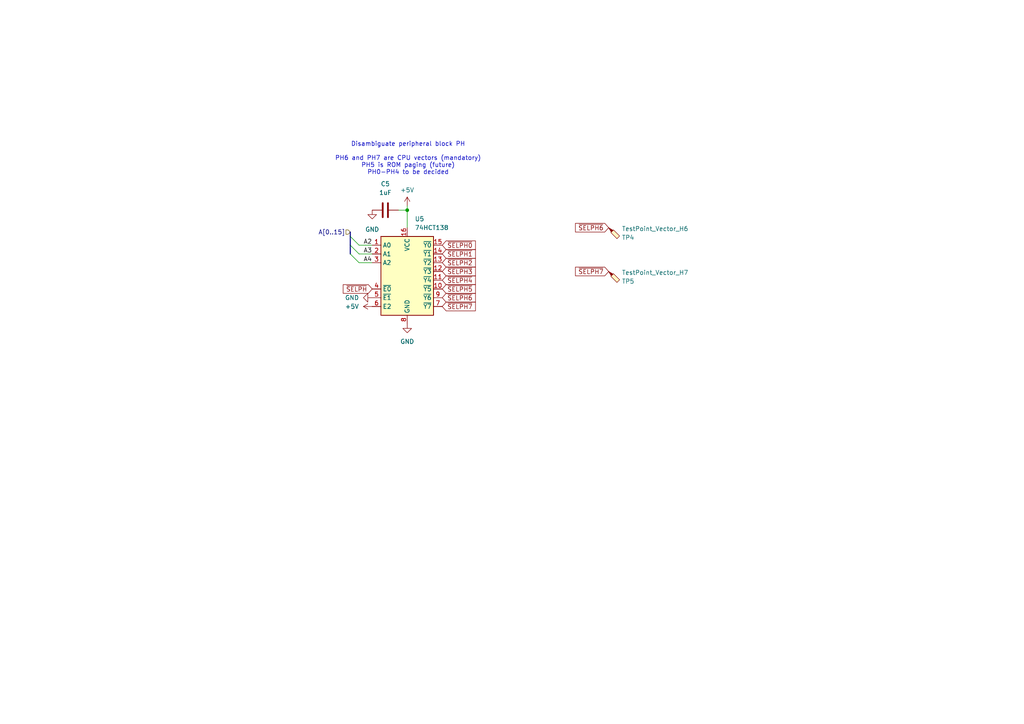
<source format=kicad_sch>
(kicad_sch (version 20231120) (generator "eeschema") (generator_version "8.0")
  (paper "A4")
  (lib_symbols
    (symbol "74xx:74HCT138"
      (property "Reference" "U" (at -7.62 13.97 0))
      (property "Value" "74HCT138" (at 2.54 -11.43 0))
      (symbol "74HCT138_0_1"
        (rectangle (start -7.62 12.7) (end 7.62 -10.16) (stroke (width 0.254)) (fill (type background)))
      )
      (symbol "74HCT138_1_1"
        (pin input line (at -10.16 10.16 0) (length 2.54) (name "A0") (number "1"))
        (pin output line (at 10.16 -2.54 180) (length 2.54) (name "~{Y5}") (number "10"))
        (pin output line (at 10.16 0 180) (length 2.54) (name "~{Y4}") (number "11"))
        (pin output line (at 10.16 2.54 180) (length 2.54) (name "~{Y3}") (number "12"))
        (pin output line (at 10.16 5.08 180) (length 2.54) (name "~{Y2}") (number "13"))
        (pin output line (at 10.16 7.62 180) (length 2.54) (name "~{Y1}") (number "14"))
        (pin output line (at 10.16 10.16 180) (length 2.54) (name "~{Y0}") (number "15"))
        (pin power_in line (at 0 15.24 270) (length 2.54) (name "VCC") (number "16"))
        (pin input line (at -10.16 7.62 0) (length 2.54) (name "A1") (number "2"))
        (pin input line (at -10.16 5.08 0) (length 2.54) (name "A2") (number "3"))
        (pin input line (at -10.16 -2.54 0) (length 2.54) (name "~{E0}") (number "4"))
        (pin input line (at -10.16 -5.08 0) (length 2.54) (name "~{E1}") (number "5"))
        (pin input line (at -10.16 -7.62 0) (length 2.54) (name "E2") (number "6"))
        (pin output line (at 10.16 -7.62 180) (length 2.54) (name "~{Y7}") (number "7"))
        (pin power_in line (at 0 -12.7 90) (length 2.54) (name "GND") (number "8"))
        (pin output line (at 10.16 -5.08 180) (length 2.54) (name "~{Y6}") (number "9"))
      )
    )
    (symbol "Connector:TestPoint_Probe" (pin_numbers hide) (pin_names (offset 0.762) hide)
      (property "Reference" "TP" (at 1.651 5.842 0))
      (property "Value" "TestPoint_Probe" (at 1.651 4.064 0))
      (symbol "TestPoint_Probe_0_1"
        (polyline (pts (xy 1.27 0.762) (xy 0 0) (xy 0.762 1.27) (xy 1.27 0.762)) (fill (type outline)))
        (polyline (pts (xy 1.397 0.635) (xy 0.635 1.397) (xy 2.413 3.175) (xy 3.175 2.413) (xy 1.397 0.635)) (fill (type background)))
      )
      (symbol "TestPoint_Probe_1_1"
        (pin passive line (at 0 0 90) (length 0) (name "1") (number "1"))
      )
    )
    (symbol "Device:C" (pin_numbers hide) (pin_names (offset 0.254))
      (property "Reference" "C" (at 0.635 2.54 0))
      (property "Value" "C" (at 0.635 -2.54 0))
      (symbol "C_0_1"
        (polyline (pts (xy -2.032 -0.762) (xy 2.032 -0.762)) (stroke (width 0.508)))
        (polyline (pts (xy -2.032 0.762) (xy 2.032 0.762)) (stroke (width 0.508)))
      )
      (symbol "C_1_1"
        (pin passive line (at 0 3.81 270) (length 2.794) (name "~") (number "1"))
        (pin passive line (at 0 -3.81 90) (length 2.794) (name "~") (number "2"))
      )
    )
    (symbol "power:+5V" (power) (pin_names (offset 0))
      (property "Value" "+5V" (at 0 3.556 0))
      (symbol "+5V_0_1"
        (polyline (pts (xy -0.762 1.27) (xy 0 2.54)))
        (polyline (pts (xy 0 0) (xy 0 2.54)))
        (polyline (pts (xy 0 2.54) (xy 0.762 1.27)))
      )
      (symbol "+5V_1_1"
        (pin power_in line (at 0 0 90) (length 0) hide (name "+5V") (number "1"))
      )
    )
    (symbol "power:GND" (power) (pin_names (offset 0))
      (property "Value" "GND" (at 0 -3.81 0))
      (symbol "GND_0_1"
        (polyline (pts (xy 0 0) (xy 0 -1.27) (xy 1.27 -1.27) (xy 0 -2.54) (xy -1.27 -1.27) (xy 0 -1.27)))
      )
      (symbol "GND_1_1"
        (pin power_in line (at 0 0 270) (length 0) hide (name "GND") (number "1"))
      )
    )
  )
  (junction (at 118.11 60.96))
  (bus_entry (at 101.6 71.12) (size 2.54 2.54))
  (bus_entry (at 101.6 68.58) (size 2.54 2.54))
  (bus_entry (at 101.6 73.66) (size 2.54 2.54))
  (bus (pts (xy 101.6 68.58) (xy 101.6 71.12)))
  (wire (pts (xy 115.57 60.96) (xy 118.11 60.96)))
  (wire (pts (xy 118.11 60.96) (xy 118.11 66.04)))
  (bus (pts (xy 101.6 71.12) (xy 101.6 73.66)))
  (wire (pts (xy 118.11 59.69) (xy 118.11 60.96)))
  (wire (pts (xy 104.14 76.2) (xy 107.95 76.2)))
  (wire (pts (xy 104.14 71.12) (xy 107.95 71.12)))
  (wire (pts (xy 104.14 73.66) (xy 107.95 73.66)))
  (bus (pts (xy 101.6 67.31) (xy 101.6 68.58)))
  (text "Disambiguate peripheral block PH\n\nPH6 and PH7 are CPU vectors (mandatory)\nPH5 is ROM paging (future)\nPH0-PH4 to be decided" (at 118.364 45.974 0) (effects (font (size 1.27 1.27))))
  (label "A4" (at 105.41 76.2 0))
  (label "A3" (at 105.41 73.66 0))
  (label "A2" (at 105.41 71.12 0))
  (global_label "~{SELPH6}" (shape input) (at 128.27 86.36 0) (property "Intersheetrefs" "${INTERSHEET_REFS}" (effects (hide yes))))
  (global_label "~{SELPH7}" (shape input) (at 128.27 88.9 0) (property "Intersheetrefs" "${INTERSHEET_REFS}" (effects (hide yes))))
  (global_label "~{SELPH7}" (shape input) (at 176.53 78.74 180) (property "Intersheetrefs" "${INTERSHEET_REFS}" (effects (hide yes))))
  (global_label "~{SELPH3}" (shape input) (at 128.27 78.74 0) (property "Intersheetrefs" "${INTERSHEET_REFS}" (effects (hide yes))))
  (global_label "~{SELPH0}" (shape input) (at 128.27 71.12 0) (property "Intersheetrefs" "${INTERSHEET_REFS}" (effects (hide yes))))
  (global_label "~{SELPH6}" (shape input) (at 176.53 66.04 180) (property "Intersheetrefs" "${INTERSHEET_REFS}" (effects (hide yes))))
  (global_label "~{SELPH1}" (shape input) (at 128.27 73.66 0) (property "Intersheetrefs" "${INTERSHEET_REFS}" (effects (hide yes))))
  (global_label "~{SELPH5}" (shape input) (at 128.27 83.82 0) (property "Intersheetrefs" "${INTERSHEET_REFS}" (effects (hide yes))))
  (global_label "~{SELPH}" (shape input) (at 107.95 83.82 180) (property "Intersheetrefs" "${INTERSHEET_REFS}" (effects (hide yes))))
  (global_label "~{SELPH4}" (shape input) (at 128.27 81.28 0) (property "Intersheetrefs" "${INTERSHEET_REFS}" (effects (hide yes))))
  (global_label "~{SELPH2}" (shape input) (at 128.27 76.2 0) (property "Intersheetrefs" "${INTERSHEET_REFS}" (effects (hide yes))))
  (hierarchical_label "A[0..15]" (shape input) (at 101.6 67.31 180))
  (symbol (lib_id "74xx:74HCT138") (at 118.11 81.28 0) (unit 1)
    (property "Reference" "U5" (at 120.3041 63.5 0) (effects (justify left)))
    (property "Value" "74HCT138" (at 120.3041 66.04 0) (effects (justify left)))
    (property "Footprint" "Package_SO:SOIC-16_3.9x9.9mm_P1.27mm" (effects (hide yes)))
    (property "Datasheet" "http://www.ti.com/lit/ds/symlink/cd74hc238.pdf" (effects (hide yes)))
    (property "Description" "3-to-8 line decoder/multiplexer inverting, DIP-16/SOIC-16/SSOP-16" (effects (hide yes)))
  )
  (symbol (lib_id "power:GND") (at 118.11 93.98 0) (unit 1)
    (property "Reference" "#PWR021" (effects (hide yes)))
    (property "Value" "GND" (at 118.11 99.06 0))
    (property "Description" "Power symbol creates a global label with name \"GND\" , ground" (effects (hide yes)))
  )
  (symbol (lib_id "Device:C") (at 111.76 60.96 90) (unit 1)
    (property "Reference" "C5" (at 111.76 53.34 90))
    (property "Value" "1uF" (at 111.76 55.88 90))
    (property "Footprint" "Capacitor_SMD:C_0805_2012Metric_Pad1.18x1.45mm_HandSolder" (effects (hide yes)))
  )
  (symbol (lib_id "power:+5V") (at 118.11 59.69 0) (unit 1)
    (property "Reference" "#PWR029" (effects (hide yes)))
    (property "Value" "+5V" (at 118.11 55.118 0))
  )
  (symbol (lib_id "power:GND") (at 107.95 86.36 270) (unit 1)
    (property "Reference" "#PWR018" (effects (hide yes)))
    (property "Value" "GND" (at 104.14 86.3599 90) (effects (justify right)))
    (property "Description" "Power symbol creates a global label with name \"GND\" , ground" (effects (hide yes)))
  )
  (symbol (lib_id "Connector:TestPoint_Probe") (at 176.53 78.74 0) (mirror x) (unit 1)
    (property "Reference" "TP5" (at 180.34 81.5976 0) (effects (justify left)))
    (property "Value" "TestPoint_Vector_H7" (at 180.34 79.0576 0) (effects (justify left)))
    (property "Footprint" "TestPoint:TestPoint_Pad_D1.5mm" (effects (hide yes)))
    (property "Description" "test point (alternative probe-style design)" (effects (hide yes)))
  )
  (symbol (lib_id "power:GND") (at 107.95 60.96 0) (unit 1)
    (property "Reference" "#PWR020" (effects (hide yes)))
    (property "Value" "GND" (at 107.95 66.548 0))
  )
  (symbol (lib_id "Connector:TestPoint_Probe") (at 176.53 66.04 0) (mirror x) (unit 1)
    (property "Reference" "TP4" (at 180.34 68.8976 0) (effects (justify left)))
    (property "Value" "TestPoint_Vector_H6" (at 180.34 66.3576 0) (effects (justify left)))
    (property "Footprint" "TestPoint:TestPoint_Pad_D1.5mm" (effects (hide yes)))
    (property "Description" "test point (alternative probe-style design)" (effects (hide yes)))
  )
  (symbol (lib_id "power:+5V") (at 107.95 88.9 90) (unit 1)
    (property "Reference" "#PWR019" (effects (hide yes)))
    (property "Value" "+5V" (at 104.14 88.8999 90) (effects (justify left)))
    (property "Description" "Power symbol creates a global label with name \"+5V\"" (effects (hide yes)))
  )
)
</source>
